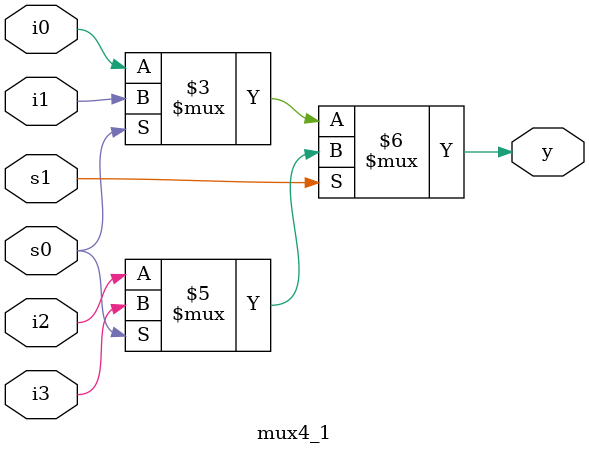
<source format=v>
module mux4_1(input i0,i1,i2,i3,s0,s1,
              output y);
  
  assign y=~s1?(~s0?i0:i1):(~s0?i2:i3);
  
  //assign y= (s1==0) && (s0==0)?i0:(s1==0) && (s0==1)?i1:(s1==1) && (s0==0)?i2:i3;
  
endmodule

</source>
